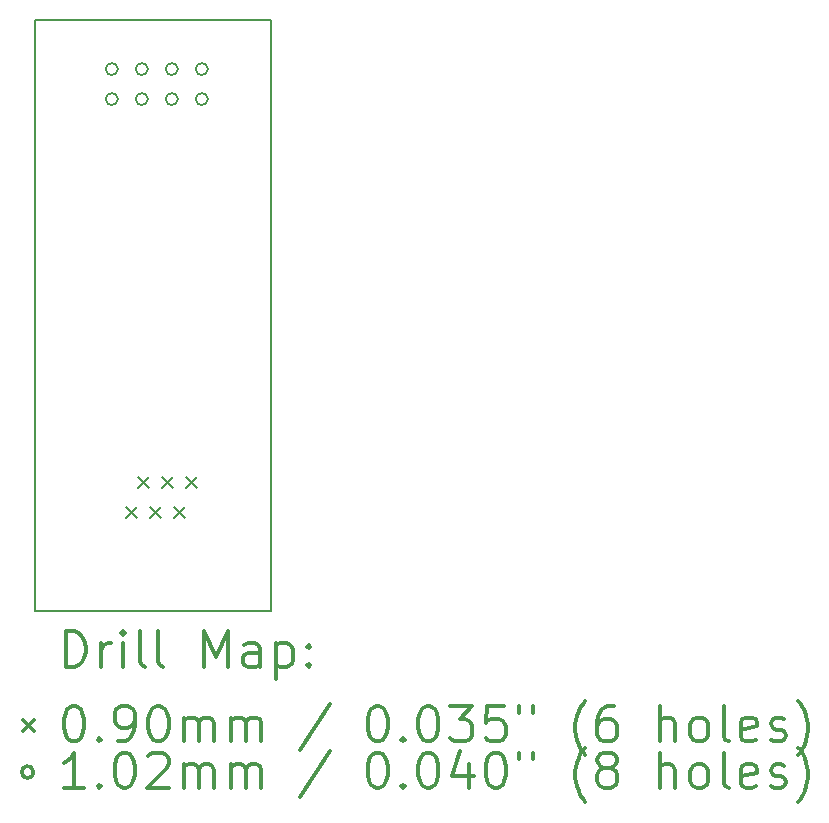
<source format=gbr>
%FSLAX45Y45*%
G04 Gerber Fmt 4.5, Leading zero omitted, Abs format (unit mm)*
G04 Created by KiCad (PCBNEW 4.0.7) date 12/21/18 01:01:43*
%MOMM*%
%LPD*%
G01*
G04 APERTURE LIST*
%ADD10C,0.127000*%
%ADD11C,0.200000*%
%ADD12C,0.300000*%
G04 APERTURE END LIST*
D10*
D11*
X9961920Y-16016000D02*
X11961920Y-16016000D01*
X11961920Y-11016000D02*
X11961920Y-16016000D01*
X9961920Y-11016000D02*
X11961920Y-11016000D01*
X9961920Y-11016000D02*
X9961920Y-16016000D01*
D11*
X10733760Y-15140260D02*
X10823760Y-15230260D01*
X10823760Y-15140260D02*
X10733760Y-15230260D01*
X10835760Y-14886260D02*
X10925760Y-14976260D01*
X10925760Y-14886260D02*
X10835760Y-14976260D01*
X10937760Y-15140260D02*
X11027760Y-15230260D01*
X11027760Y-15140260D02*
X10937760Y-15230260D01*
X11039760Y-14886260D02*
X11129760Y-14976260D01*
X11129760Y-14886260D02*
X11039760Y-14976260D01*
X11141760Y-15140260D02*
X11231760Y-15230260D01*
X11231760Y-15140260D02*
X11141760Y-15230260D01*
X11243760Y-14886260D02*
X11333760Y-14976260D01*
X11333760Y-14886260D02*
X11243760Y-14976260D01*
X10665460Y-11430000D02*
G75*
G03X10665460Y-11430000I-50800J0D01*
G01*
X10665460Y-11684000D02*
G75*
G03X10665460Y-11684000I-50800J0D01*
G01*
X10919460Y-11430000D02*
G75*
G03X10919460Y-11430000I-50800J0D01*
G01*
X10919460Y-11684000D02*
G75*
G03X10919460Y-11684000I-50800J0D01*
G01*
X11173460Y-11430000D02*
G75*
G03X11173460Y-11430000I-50800J0D01*
G01*
X11173460Y-11684000D02*
G75*
G03X11173460Y-11684000I-50800J0D01*
G01*
X11427460Y-11430000D02*
G75*
G03X11427460Y-11430000I-50800J0D01*
G01*
X11427460Y-11684000D02*
G75*
G03X11427460Y-11684000I-50800J0D01*
G01*
D12*
X10223349Y-16491714D02*
X10223349Y-16191714D01*
X10294777Y-16191714D01*
X10337634Y-16206000D01*
X10366206Y-16234571D01*
X10380491Y-16263143D01*
X10394777Y-16320286D01*
X10394777Y-16363143D01*
X10380491Y-16420286D01*
X10366206Y-16448857D01*
X10337634Y-16477429D01*
X10294777Y-16491714D01*
X10223349Y-16491714D01*
X10523349Y-16491714D02*
X10523349Y-16291714D01*
X10523349Y-16348857D02*
X10537634Y-16320286D01*
X10551920Y-16306000D01*
X10580491Y-16291714D01*
X10609063Y-16291714D01*
X10709063Y-16491714D02*
X10709063Y-16291714D01*
X10709063Y-16191714D02*
X10694777Y-16206000D01*
X10709063Y-16220286D01*
X10723349Y-16206000D01*
X10709063Y-16191714D01*
X10709063Y-16220286D01*
X10894777Y-16491714D02*
X10866206Y-16477429D01*
X10851920Y-16448857D01*
X10851920Y-16191714D01*
X11051920Y-16491714D02*
X11023349Y-16477429D01*
X11009063Y-16448857D01*
X11009063Y-16191714D01*
X11394777Y-16491714D02*
X11394777Y-16191714D01*
X11494777Y-16406000D01*
X11594777Y-16191714D01*
X11594777Y-16491714D01*
X11866206Y-16491714D02*
X11866206Y-16334571D01*
X11851920Y-16306000D01*
X11823348Y-16291714D01*
X11766206Y-16291714D01*
X11737634Y-16306000D01*
X11866206Y-16477429D02*
X11837634Y-16491714D01*
X11766206Y-16491714D01*
X11737634Y-16477429D01*
X11723348Y-16448857D01*
X11723348Y-16420286D01*
X11737634Y-16391714D01*
X11766206Y-16377429D01*
X11837634Y-16377429D01*
X11866206Y-16363143D01*
X12009063Y-16291714D02*
X12009063Y-16591714D01*
X12009063Y-16306000D02*
X12037634Y-16291714D01*
X12094777Y-16291714D01*
X12123348Y-16306000D01*
X12137634Y-16320286D01*
X12151920Y-16348857D01*
X12151920Y-16434571D01*
X12137634Y-16463143D01*
X12123348Y-16477429D01*
X12094777Y-16491714D01*
X12037634Y-16491714D01*
X12009063Y-16477429D01*
X12280491Y-16463143D02*
X12294777Y-16477429D01*
X12280491Y-16491714D01*
X12266206Y-16477429D01*
X12280491Y-16463143D01*
X12280491Y-16491714D01*
X12280491Y-16306000D02*
X12294777Y-16320286D01*
X12280491Y-16334571D01*
X12266206Y-16320286D01*
X12280491Y-16306000D01*
X12280491Y-16334571D01*
X9861920Y-16941000D02*
X9951920Y-17031000D01*
X9951920Y-16941000D02*
X9861920Y-17031000D01*
X10280491Y-16821714D02*
X10309063Y-16821714D01*
X10337634Y-16836000D01*
X10351920Y-16850286D01*
X10366206Y-16878857D01*
X10380491Y-16936000D01*
X10380491Y-17007429D01*
X10366206Y-17064572D01*
X10351920Y-17093143D01*
X10337634Y-17107429D01*
X10309063Y-17121714D01*
X10280491Y-17121714D01*
X10251920Y-17107429D01*
X10237634Y-17093143D01*
X10223349Y-17064572D01*
X10209063Y-17007429D01*
X10209063Y-16936000D01*
X10223349Y-16878857D01*
X10237634Y-16850286D01*
X10251920Y-16836000D01*
X10280491Y-16821714D01*
X10509063Y-17093143D02*
X10523349Y-17107429D01*
X10509063Y-17121714D01*
X10494777Y-17107429D01*
X10509063Y-17093143D01*
X10509063Y-17121714D01*
X10666206Y-17121714D02*
X10723348Y-17121714D01*
X10751920Y-17107429D01*
X10766206Y-17093143D01*
X10794777Y-17050286D01*
X10809063Y-16993143D01*
X10809063Y-16878857D01*
X10794777Y-16850286D01*
X10780491Y-16836000D01*
X10751920Y-16821714D01*
X10694777Y-16821714D01*
X10666206Y-16836000D01*
X10651920Y-16850286D01*
X10637634Y-16878857D01*
X10637634Y-16950286D01*
X10651920Y-16978857D01*
X10666206Y-16993143D01*
X10694777Y-17007429D01*
X10751920Y-17007429D01*
X10780491Y-16993143D01*
X10794777Y-16978857D01*
X10809063Y-16950286D01*
X10994777Y-16821714D02*
X11023349Y-16821714D01*
X11051920Y-16836000D01*
X11066206Y-16850286D01*
X11080491Y-16878857D01*
X11094777Y-16936000D01*
X11094777Y-17007429D01*
X11080491Y-17064572D01*
X11066206Y-17093143D01*
X11051920Y-17107429D01*
X11023349Y-17121714D01*
X10994777Y-17121714D01*
X10966206Y-17107429D01*
X10951920Y-17093143D01*
X10937634Y-17064572D01*
X10923349Y-17007429D01*
X10923349Y-16936000D01*
X10937634Y-16878857D01*
X10951920Y-16850286D01*
X10966206Y-16836000D01*
X10994777Y-16821714D01*
X11223348Y-17121714D02*
X11223348Y-16921714D01*
X11223348Y-16950286D02*
X11237634Y-16936000D01*
X11266206Y-16921714D01*
X11309063Y-16921714D01*
X11337634Y-16936000D01*
X11351920Y-16964572D01*
X11351920Y-17121714D01*
X11351920Y-16964572D02*
X11366206Y-16936000D01*
X11394777Y-16921714D01*
X11437634Y-16921714D01*
X11466206Y-16936000D01*
X11480491Y-16964572D01*
X11480491Y-17121714D01*
X11623348Y-17121714D02*
X11623348Y-16921714D01*
X11623348Y-16950286D02*
X11637634Y-16936000D01*
X11666206Y-16921714D01*
X11709063Y-16921714D01*
X11737634Y-16936000D01*
X11751920Y-16964572D01*
X11751920Y-17121714D01*
X11751920Y-16964572D02*
X11766206Y-16936000D01*
X11794777Y-16921714D01*
X11837634Y-16921714D01*
X11866206Y-16936000D01*
X11880491Y-16964572D01*
X11880491Y-17121714D01*
X12466206Y-16807429D02*
X12209063Y-17193143D01*
X12851920Y-16821714D02*
X12880491Y-16821714D01*
X12909063Y-16836000D01*
X12923348Y-16850286D01*
X12937634Y-16878857D01*
X12951920Y-16936000D01*
X12951920Y-17007429D01*
X12937634Y-17064572D01*
X12923348Y-17093143D01*
X12909063Y-17107429D01*
X12880491Y-17121714D01*
X12851920Y-17121714D01*
X12823348Y-17107429D01*
X12809063Y-17093143D01*
X12794777Y-17064572D01*
X12780491Y-17007429D01*
X12780491Y-16936000D01*
X12794777Y-16878857D01*
X12809063Y-16850286D01*
X12823348Y-16836000D01*
X12851920Y-16821714D01*
X13080491Y-17093143D02*
X13094777Y-17107429D01*
X13080491Y-17121714D01*
X13066206Y-17107429D01*
X13080491Y-17093143D01*
X13080491Y-17121714D01*
X13280491Y-16821714D02*
X13309063Y-16821714D01*
X13337634Y-16836000D01*
X13351920Y-16850286D01*
X13366205Y-16878857D01*
X13380491Y-16936000D01*
X13380491Y-17007429D01*
X13366205Y-17064572D01*
X13351920Y-17093143D01*
X13337634Y-17107429D01*
X13309063Y-17121714D01*
X13280491Y-17121714D01*
X13251920Y-17107429D01*
X13237634Y-17093143D01*
X13223348Y-17064572D01*
X13209063Y-17007429D01*
X13209063Y-16936000D01*
X13223348Y-16878857D01*
X13237634Y-16850286D01*
X13251920Y-16836000D01*
X13280491Y-16821714D01*
X13480491Y-16821714D02*
X13666205Y-16821714D01*
X13566205Y-16936000D01*
X13609063Y-16936000D01*
X13637634Y-16950286D01*
X13651920Y-16964572D01*
X13666205Y-16993143D01*
X13666205Y-17064572D01*
X13651920Y-17093143D01*
X13637634Y-17107429D01*
X13609063Y-17121714D01*
X13523348Y-17121714D01*
X13494777Y-17107429D01*
X13480491Y-17093143D01*
X13937634Y-16821714D02*
X13794777Y-16821714D01*
X13780491Y-16964572D01*
X13794777Y-16950286D01*
X13823348Y-16936000D01*
X13894777Y-16936000D01*
X13923348Y-16950286D01*
X13937634Y-16964572D01*
X13951920Y-16993143D01*
X13951920Y-17064572D01*
X13937634Y-17093143D01*
X13923348Y-17107429D01*
X13894777Y-17121714D01*
X13823348Y-17121714D01*
X13794777Y-17107429D01*
X13780491Y-17093143D01*
X14066206Y-16821714D02*
X14066206Y-16878857D01*
X14180491Y-16821714D02*
X14180491Y-16878857D01*
X14623348Y-17236000D02*
X14609063Y-17221714D01*
X14580491Y-17178857D01*
X14566205Y-17150286D01*
X14551920Y-17107429D01*
X14537634Y-17036000D01*
X14537634Y-16978857D01*
X14551920Y-16907429D01*
X14566205Y-16864572D01*
X14580491Y-16836000D01*
X14609063Y-16793143D01*
X14623348Y-16778857D01*
X14866205Y-16821714D02*
X14809063Y-16821714D01*
X14780491Y-16836000D01*
X14766205Y-16850286D01*
X14737634Y-16893143D01*
X14723348Y-16950286D01*
X14723348Y-17064572D01*
X14737634Y-17093143D01*
X14751920Y-17107429D01*
X14780491Y-17121714D01*
X14837634Y-17121714D01*
X14866205Y-17107429D01*
X14880491Y-17093143D01*
X14894777Y-17064572D01*
X14894777Y-16993143D01*
X14880491Y-16964572D01*
X14866205Y-16950286D01*
X14837634Y-16936000D01*
X14780491Y-16936000D01*
X14751920Y-16950286D01*
X14737634Y-16964572D01*
X14723348Y-16993143D01*
X15251920Y-17121714D02*
X15251920Y-16821714D01*
X15380491Y-17121714D02*
X15380491Y-16964572D01*
X15366205Y-16936000D01*
X15337634Y-16921714D01*
X15294777Y-16921714D01*
X15266205Y-16936000D01*
X15251920Y-16950286D01*
X15566205Y-17121714D02*
X15537634Y-17107429D01*
X15523348Y-17093143D01*
X15509063Y-17064572D01*
X15509063Y-16978857D01*
X15523348Y-16950286D01*
X15537634Y-16936000D01*
X15566205Y-16921714D01*
X15609063Y-16921714D01*
X15637634Y-16936000D01*
X15651920Y-16950286D01*
X15666205Y-16978857D01*
X15666205Y-17064572D01*
X15651920Y-17093143D01*
X15637634Y-17107429D01*
X15609063Y-17121714D01*
X15566205Y-17121714D01*
X15837634Y-17121714D02*
X15809063Y-17107429D01*
X15794777Y-17078857D01*
X15794777Y-16821714D01*
X16066206Y-17107429D02*
X16037634Y-17121714D01*
X15980491Y-17121714D01*
X15951920Y-17107429D01*
X15937634Y-17078857D01*
X15937634Y-16964572D01*
X15951920Y-16936000D01*
X15980491Y-16921714D01*
X16037634Y-16921714D01*
X16066206Y-16936000D01*
X16080491Y-16964572D01*
X16080491Y-16993143D01*
X15937634Y-17021714D01*
X16194777Y-17107429D02*
X16223348Y-17121714D01*
X16280491Y-17121714D01*
X16309063Y-17107429D01*
X16323348Y-17078857D01*
X16323348Y-17064572D01*
X16309063Y-17036000D01*
X16280491Y-17021714D01*
X16237634Y-17021714D01*
X16209063Y-17007429D01*
X16194777Y-16978857D01*
X16194777Y-16964572D01*
X16209063Y-16936000D01*
X16237634Y-16921714D01*
X16280491Y-16921714D01*
X16309063Y-16936000D01*
X16423348Y-17236000D02*
X16437634Y-17221714D01*
X16466206Y-17178857D01*
X16480491Y-17150286D01*
X16494777Y-17107429D01*
X16509063Y-17036000D01*
X16509063Y-16978857D01*
X16494777Y-16907429D01*
X16480491Y-16864572D01*
X16466206Y-16836000D01*
X16437634Y-16793143D01*
X16423348Y-16778857D01*
X9951920Y-17382000D02*
G75*
G03X9951920Y-17382000I-50800J0D01*
G01*
X10380491Y-17517714D02*
X10209063Y-17517714D01*
X10294777Y-17517714D02*
X10294777Y-17217714D01*
X10266206Y-17260572D01*
X10237634Y-17289143D01*
X10209063Y-17303429D01*
X10509063Y-17489143D02*
X10523349Y-17503429D01*
X10509063Y-17517714D01*
X10494777Y-17503429D01*
X10509063Y-17489143D01*
X10509063Y-17517714D01*
X10709063Y-17217714D02*
X10737634Y-17217714D01*
X10766206Y-17232000D01*
X10780491Y-17246286D01*
X10794777Y-17274857D01*
X10809063Y-17332000D01*
X10809063Y-17403429D01*
X10794777Y-17460572D01*
X10780491Y-17489143D01*
X10766206Y-17503429D01*
X10737634Y-17517714D01*
X10709063Y-17517714D01*
X10680491Y-17503429D01*
X10666206Y-17489143D01*
X10651920Y-17460572D01*
X10637634Y-17403429D01*
X10637634Y-17332000D01*
X10651920Y-17274857D01*
X10666206Y-17246286D01*
X10680491Y-17232000D01*
X10709063Y-17217714D01*
X10923349Y-17246286D02*
X10937634Y-17232000D01*
X10966206Y-17217714D01*
X11037634Y-17217714D01*
X11066206Y-17232000D01*
X11080491Y-17246286D01*
X11094777Y-17274857D01*
X11094777Y-17303429D01*
X11080491Y-17346286D01*
X10909063Y-17517714D01*
X11094777Y-17517714D01*
X11223348Y-17517714D02*
X11223348Y-17317714D01*
X11223348Y-17346286D02*
X11237634Y-17332000D01*
X11266206Y-17317714D01*
X11309063Y-17317714D01*
X11337634Y-17332000D01*
X11351920Y-17360572D01*
X11351920Y-17517714D01*
X11351920Y-17360572D02*
X11366206Y-17332000D01*
X11394777Y-17317714D01*
X11437634Y-17317714D01*
X11466206Y-17332000D01*
X11480491Y-17360572D01*
X11480491Y-17517714D01*
X11623348Y-17517714D02*
X11623348Y-17317714D01*
X11623348Y-17346286D02*
X11637634Y-17332000D01*
X11666206Y-17317714D01*
X11709063Y-17317714D01*
X11737634Y-17332000D01*
X11751920Y-17360572D01*
X11751920Y-17517714D01*
X11751920Y-17360572D02*
X11766206Y-17332000D01*
X11794777Y-17317714D01*
X11837634Y-17317714D01*
X11866206Y-17332000D01*
X11880491Y-17360572D01*
X11880491Y-17517714D01*
X12466206Y-17203429D02*
X12209063Y-17589143D01*
X12851920Y-17217714D02*
X12880491Y-17217714D01*
X12909063Y-17232000D01*
X12923348Y-17246286D01*
X12937634Y-17274857D01*
X12951920Y-17332000D01*
X12951920Y-17403429D01*
X12937634Y-17460572D01*
X12923348Y-17489143D01*
X12909063Y-17503429D01*
X12880491Y-17517714D01*
X12851920Y-17517714D01*
X12823348Y-17503429D01*
X12809063Y-17489143D01*
X12794777Y-17460572D01*
X12780491Y-17403429D01*
X12780491Y-17332000D01*
X12794777Y-17274857D01*
X12809063Y-17246286D01*
X12823348Y-17232000D01*
X12851920Y-17217714D01*
X13080491Y-17489143D02*
X13094777Y-17503429D01*
X13080491Y-17517714D01*
X13066206Y-17503429D01*
X13080491Y-17489143D01*
X13080491Y-17517714D01*
X13280491Y-17217714D02*
X13309063Y-17217714D01*
X13337634Y-17232000D01*
X13351920Y-17246286D01*
X13366205Y-17274857D01*
X13380491Y-17332000D01*
X13380491Y-17403429D01*
X13366205Y-17460572D01*
X13351920Y-17489143D01*
X13337634Y-17503429D01*
X13309063Y-17517714D01*
X13280491Y-17517714D01*
X13251920Y-17503429D01*
X13237634Y-17489143D01*
X13223348Y-17460572D01*
X13209063Y-17403429D01*
X13209063Y-17332000D01*
X13223348Y-17274857D01*
X13237634Y-17246286D01*
X13251920Y-17232000D01*
X13280491Y-17217714D01*
X13637634Y-17317714D02*
X13637634Y-17517714D01*
X13566205Y-17203429D02*
X13494777Y-17417714D01*
X13680491Y-17417714D01*
X13851920Y-17217714D02*
X13880491Y-17217714D01*
X13909063Y-17232000D01*
X13923348Y-17246286D01*
X13937634Y-17274857D01*
X13951920Y-17332000D01*
X13951920Y-17403429D01*
X13937634Y-17460572D01*
X13923348Y-17489143D01*
X13909063Y-17503429D01*
X13880491Y-17517714D01*
X13851920Y-17517714D01*
X13823348Y-17503429D01*
X13809063Y-17489143D01*
X13794777Y-17460572D01*
X13780491Y-17403429D01*
X13780491Y-17332000D01*
X13794777Y-17274857D01*
X13809063Y-17246286D01*
X13823348Y-17232000D01*
X13851920Y-17217714D01*
X14066206Y-17217714D02*
X14066206Y-17274857D01*
X14180491Y-17217714D02*
X14180491Y-17274857D01*
X14623348Y-17632000D02*
X14609063Y-17617714D01*
X14580491Y-17574857D01*
X14566205Y-17546286D01*
X14551920Y-17503429D01*
X14537634Y-17432000D01*
X14537634Y-17374857D01*
X14551920Y-17303429D01*
X14566205Y-17260572D01*
X14580491Y-17232000D01*
X14609063Y-17189143D01*
X14623348Y-17174857D01*
X14780491Y-17346286D02*
X14751920Y-17332000D01*
X14737634Y-17317714D01*
X14723348Y-17289143D01*
X14723348Y-17274857D01*
X14737634Y-17246286D01*
X14751920Y-17232000D01*
X14780491Y-17217714D01*
X14837634Y-17217714D01*
X14866205Y-17232000D01*
X14880491Y-17246286D01*
X14894777Y-17274857D01*
X14894777Y-17289143D01*
X14880491Y-17317714D01*
X14866205Y-17332000D01*
X14837634Y-17346286D01*
X14780491Y-17346286D01*
X14751920Y-17360572D01*
X14737634Y-17374857D01*
X14723348Y-17403429D01*
X14723348Y-17460572D01*
X14737634Y-17489143D01*
X14751920Y-17503429D01*
X14780491Y-17517714D01*
X14837634Y-17517714D01*
X14866205Y-17503429D01*
X14880491Y-17489143D01*
X14894777Y-17460572D01*
X14894777Y-17403429D01*
X14880491Y-17374857D01*
X14866205Y-17360572D01*
X14837634Y-17346286D01*
X15251920Y-17517714D02*
X15251920Y-17217714D01*
X15380491Y-17517714D02*
X15380491Y-17360572D01*
X15366205Y-17332000D01*
X15337634Y-17317714D01*
X15294777Y-17317714D01*
X15266205Y-17332000D01*
X15251920Y-17346286D01*
X15566205Y-17517714D02*
X15537634Y-17503429D01*
X15523348Y-17489143D01*
X15509063Y-17460572D01*
X15509063Y-17374857D01*
X15523348Y-17346286D01*
X15537634Y-17332000D01*
X15566205Y-17317714D01*
X15609063Y-17317714D01*
X15637634Y-17332000D01*
X15651920Y-17346286D01*
X15666205Y-17374857D01*
X15666205Y-17460572D01*
X15651920Y-17489143D01*
X15637634Y-17503429D01*
X15609063Y-17517714D01*
X15566205Y-17517714D01*
X15837634Y-17517714D02*
X15809063Y-17503429D01*
X15794777Y-17474857D01*
X15794777Y-17217714D01*
X16066206Y-17503429D02*
X16037634Y-17517714D01*
X15980491Y-17517714D01*
X15951920Y-17503429D01*
X15937634Y-17474857D01*
X15937634Y-17360572D01*
X15951920Y-17332000D01*
X15980491Y-17317714D01*
X16037634Y-17317714D01*
X16066206Y-17332000D01*
X16080491Y-17360572D01*
X16080491Y-17389143D01*
X15937634Y-17417714D01*
X16194777Y-17503429D02*
X16223348Y-17517714D01*
X16280491Y-17517714D01*
X16309063Y-17503429D01*
X16323348Y-17474857D01*
X16323348Y-17460572D01*
X16309063Y-17432000D01*
X16280491Y-17417714D01*
X16237634Y-17417714D01*
X16209063Y-17403429D01*
X16194777Y-17374857D01*
X16194777Y-17360572D01*
X16209063Y-17332000D01*
X16237634Y-17317714D01*
X16280491Y-17317714D01*
X16309063Y-17332000D01*
X16423348Y-17632000D02*
X16437634Y-17617714D01*
X16466206Y-17574857D01*
X16480491Y-17546286D01*
X16494777Y-17503429D01*
X16509063Y-17432000D01*
X16509063Y-17374857D01*
X16494777Y-17303429D01*
X16480491Y-17260572D01*
X16466206Y-17232000D01*
X16437634Y-17189143D01*
X16423348Y-17174857D01*
M02*

</source>
